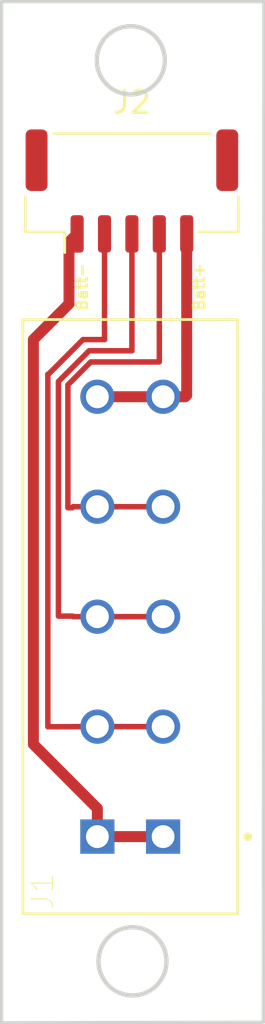
<source format=kicad_pcb>
(kicad_pcb (version 20171130) (host pcbnew "(5.0.1)-3")

  (general
    (thickness 1.6)
    (drawings 12)
    (tracks 40)
    (zones 0)
    (modules 2)
    (nets 6)
  )

  (page A4)
  (layers
    (0 F.Cu signal)
    (31 B.Cu signal)
    (32 B.Adhes user)
    (33 F.Adhes user)
    (34 B.Paste user)
    (35 F.Paste user)
    (36 B.SilkS user)
    (37 F.SilkS user)
    (38 B.Mask user)
    (39 F.Mask user)
    (40 Dwgs.User user)
    (41 Cmts.User user)
    (42 Eco1.User user)
    (43 Eco2.User user)
    (44 Edge.Cuts user)
    (45 Margin user)
    (46 B.CrtYd user)
    (47 F.CrtYd user)
    (48 B.Fab user)
    (49 F.Fab user)
  )

  (setup
    (last_trace_width 0.25)
    (trace_clearance 0.2)
    (zone_clearance 0.508)
    (zone_45_only no)
    (trace_min 0.2)
    (segment_width 0.2)
    (edge_width 0.15)
    (via_size 0.8)
    (via_drill 0.4)
    (via_min_size 0.4)
    (via_min_drill 0.3)
    (uvia_size 0.3)
    (uvia_drill 0.1)
    (uvias_allowed no)
    (uvia_min_size 0.2)
    (uvia_min_drill 0.1)
    (pcb_text_width 0.3)
    (pcb_text_size 1.5 1.5)
    (mod_edge_width 0.15)
    (mod_text_size 1 1)
    (mod_text_width 0.15)
    (pad_size 1.524 1.524)
    (pad_drill 0.762)
    (pad_to_mask_clearance 0.051)
    (solder_mask_min_width 0.25)
    (aux_axis_origin 0 0)
    (visible_elements 7FFFFFFF)
    (pcbplotparams
      (layerselection 0x010fc_ffffffff)
      (usegerberextensions false)
      (usegerberattributes false)
      (usegerberadvancedattributes false)
      (creategerberjobfile false)
      (excludeedgelayer true)
      (linewidth 0.100000)
      (plotframeref false)
      (viasonmask false)
      (mode 1)
      (useauxorigin false)
      (hpglpennumber 1)
      (hpglpenspeed 20)
      (hpglpendiameter 15.000000)
      (psnegative false)
      (psa4output false)
      (plotreference true)
      (plotvalue true)
      (plotinvisibletext false)
      (padsonsilk false)
      (subtractmaskfromsilk false)
      (outputformat 1)
      (mirror false)
      (drillshape 1)
      (scaleselection 1)
      (outputdirectory ""))
  )

  (net 0 "")
  (net 1 -BATT)
  (net 2 T)
  (net 3 D)
  (net 4 C)
  (net 5 +BATT)

  (net_class Default "This is the default net class."
    (clearance 0.2)
    (trace_width 0.25)
    (via_dia 0.8)
    (via_drill 0.4)
    (uvia_dia 0.3)
    (uvia_drill 0.1)
    (add_net C)
    (add_net D)
    (add_net T)
  )

  (net_class Power ""
    (clearance 0.2)
    (trace_width 0.5)
    (via_dia 0.8)
    (via_drill 0.4)
    (uvia_dia 0.3)
    (uvia_drill 0.1)
    (add_net +BATT)
    (add_net -BATT)
  )

  (module Connector_JST:JST_GH_BM05B-GHS-TBT_1x05-1MP_P1.25mm_Vertical (layer F.Cu) (tedit 5C23A0C8) (tstamp 5C3C92BB)
    (at 137.0076 80.01)
    (descr "JST GH series connector, BM05B-GHS-TBT (http://www.jst-mfg.com/product/pdf/eng/eGH.pdf), generated with kicad-footprint-generator")
    (tags "connector JST GH side entry")
    (path /5C239853)
    (attr smd)
    (fp_text reference J2 (at 0 -4.0386) (layer F.SilkS)
      (effects (font (size 1 1) (thickness 0.15)))
    )
    (fp_text value Conn_01x05 (at 0 4) (layer F.Fab)
      (effects (font (size 1 1) (thickness 0.15)))
    )
    (fp_line (start -4.75 1.75) (end 4.75 1.75) (layer F.Fab) (width 0.1))
    (fp_line (start -4.86 0.26) (end -4.86 1.86) (layer F.SilkS) (width 0.12))
    (fp_line (start -4.86 1.86) (end -3.06 1.86) (layer F.SilkS) (width 0.12))
    (fp_line (start -3.06 1.86) (end -3.06 2.8) (layer F.SilkS) (width 0.12))
    (fp_line (start 4.86 0.26) (end 4.86 1.86) (layer F.SilkS) (width 0.12))
    (fp_line (start 4.86 1.86) (end 3.06 1.86) (layer F.SilkS) (width 0.12))
    (fp_line (start -3.59 -2.61) (end 3.59 -2.61) (layer F.SilkS) (width 0.12))
    (fp_line (start -4.75 -2.5) (end 4.75 -2.5) (layer F.Fab) (width 0.1))
    (fp_line (start -4.75 1.75) (end -4.75 -2.5) (layer F.Fab) (width 0.1))
    (fp_line (start 4.75 1.75) (end 4.75 -2.5) (layer F.Fab) (width 0.1))
    (fp_line (start -2.75 -0.5) (end -2.75 0) (layer F.Fab) (width 0.1))
    (fp_line (start -2.75 0) (end -2.25 0) (layer F.Fab) (width 0.1))
    (fp_line (start -2.25 0) (end -2.25 -0.5) (layer F.Fab) (width 0.1))
    (fp_line (start -2.25 -0.5) (end -2.75 -0.5) (layer F.Fab) (width 0.1))
    (fp_line (start -1.5 -0.5) (end -1.5 0) (layer F.Fab) (width 0.1))
    (fp_line (start -1.5 0) (end -1 0) (layer F.Fab) (width 0.1))
    (fp_line (start -1 0) (end -1 -0.5) (layer F.Fab) (width 0.1))
    (fp_line (start -1 -0.5) (end -1.5 -0.5) (layer F.Fab) (width 0.1))
    (fp_line (start -0.25 -0.5) (end -0.25 0) (layer F.Fab) (width 0.1))
    (fp_line (start -0.25 0) (end 0.25 0) (layer F.Fab) (width 0.1))
    (fp_line (start 0.25 0) (end 0.25 -0.5) (layer F.Fab) (width 0.1))
    (fp_line (start 0.25 -0.5) (end -0.25 -0.5) (layer F.Fab) (width 0.1))
    (fp_line (start 1 -0.5) (end 1 0) (layer F.Fab) (width 0.1))
    (fp_line (start 1 0) (end 1.5 0) (layer F.Fab) (width 0.1))
    (fp_line (start 1.5 0) (end 1.5 -0.5) (layer F.Fab) (width 0.1))
    (fp_line (start 1.5 -0.5) (end 1 -0.5) (layer F.Fab) (width 0.1))
    (fp_line (start 2.25 -0.5) (end 2.25 0) (layer F.Fab) (width 0.1))
    (fp_line (start 2.25 0) (end 2.75 0) (layer F.Fab) (width 0.1))
    (fp_line (start 2.75 0) (end 2.75 -0.5) (layer F.Fab) (width 0.1))
    (fp_line (start 2.75 -0.5) (end 2.25 -0.5) (layer F.Fab) (width 0.1))
    (fp_line (start -5.35 -3.3) (end -5.35 3.3) (layer F.CrtYd) (width 0.05))
    (fp_line (start -5.35 3.3) (end 5.35 3.3) (layer F.CrtYd) (width 0.05))
    (fp_line (start 5.35 3.3) (end 5.35 -3.3) (layer F.CrtYd) (width 0.05))
    (fp_line (start 5.35 -3.3) (end -5.35 -3.3) (layer F.CrtYd) (width 0.05))
    (fp_line (start -3 1.75) (end -2.5 1.042893) (layer F.Fab) (width 0.1))
    (fp_line (start -2.5 1.042893) (end -2 1.75) (layer F.Fab) (width 0.1))
    (fp_text user %R (at 0 -1.5) (layer F.Fab)
      (effects (font (size 1 1) (thickness 0.15)))
    )
    (pad 1 smd roundrect (at -2.5 1.95) (size 0.6 1.7) (layers F.Cu F.Paste F.Mask) (roundrect_rratio 0.25)
      (net 1 -BATT))
    (pad 2 smd roundrect (at -1.25 1.95) (size 0.6 1.7) (layers F.Cu F.Paste F.Mask) (roundrect_rratio 0.25)
      (net 2 T))
    (pad 3 smd roundrect (at 0 1.95) (size 0.6 1.7) (layers F.Cu F.Paste F.Mask) (roundrect_rratio 0.25)
      (net 3 D))
    (pad 4 smd roundrect (at 1.25 1.95) (size 0.6 1.7) (layers F.Cu F.Paste F.Mask) (roundrect_rratio 0.25)
      (net 4 C))
    (pad 5 smd roundrect (at 2.5 1.95) (size 0.6 1.7) (layers F.Cu F.Paste F.Mask) (roundrect_rratio 0.25)
      (net 5 +BATT))
    (pad MP smd roundrect (at -4.35 -1.4) (size 1 2.8) (layers F.Cu F.Paste F.Mask) (roundrect_rratio 0.25))
    (pad MP smd roundrect (at 4.35 -1.4) (size 1 2.8) (layers F.Cu F.Paste F.Mask) (roundrect_rratio 0.25))
    (model ${KISYS3DMOD}/Connector_JST.3dshapes/JST_GH_BM05B-GHS-TBT_1x05-1MP_P1.25mm_Vertical.wrl
      (at (xyz 0 0 0))
      (scale (xyz 1 1 1))
      (rotate (xyz 0 0 0))
    )
  )

  (module HDRV10W70P500_300_5X2_2702X980X895 (layer F.Cu) (tedit 5C23A514) (tstamp 5C4912ED)
    (at 136.9314 99.3648 90)
    (path /5C239CD0)
    (fp_text reference J1 (at -12.4968 -4.0132 90) (layer F.SilkS)
      (effects (font (size 1.00017 1.00017) (thickness 0.05)))
    )
    (fp_text value 5787444-1 (at 0.0254 3.81 90) (layer F.SilkS) hide
      (effects (font (size 1.00122 1.00122) (thickness 0.05)))
    )
    (fp_line (start -13.51 4.9) (end -10.25 4.9) (layer F.SilkS) (width 0.127))
    (fp_line (start -10.25 4.9) (end -9.75 4.9) (layer F.SilkS) (width 0.127))
    (fp_line (start -9.75 4.9) (end 13.51 4.9) (layer F.SilkS) (width 0.127))
    (fp_line (start 13.51 4.9) (end 13.51 -4.9) (layer F.SilkS) (width 0.127))
    (fp_line (start 13.51 -4.9) (end -13.51 -4.9) (layer F.SilkS) (width 0.127))
    (fp_line (start -13.51 -4.9) (end -13.51 4.9) (layer F.SilkS) (width 0.127))
    (fp_line (start -13.51 4.9) (end 13.51 4.9) (layer Dwgs.User) (width 0.127))
    (fp_line (start 13.51 4.9) (end 13.51 -4.9) (layer Dwgs.User) (width 0.127))
    (fp_line (start 13.51 -4.9) (end -13.51 -4.9) (layer Dwgs.User) (width 0.127))
    (fp_line (start -13.51 -4.9) (end -13.51 4.9) (layer Dwgs.User) (width 0.127))
    (fp_line (start -13.75 5.15) (end 13.75 5.15) (layer Eco1.User) (width 0.05))
    (fp_line (start 13.75 5.15) (end 13.75 -5.15) (layer Eco1.User) (width 0.05))
    (fp_line (start 13.75 -5.15) (end -13.75 -5.15) (layer Eco1.User) (width 0.05))
    (fp_line (start -13.75 -5.15) (end -13.75 5.15) (layer Eco1.User) (width 0.05))
    (fp_circle (center -10 5.365) (end -9.9 5.365) (layer F.SilkS) (width 0.2))
    (fp_line (start -10.25 4.9) (end -10 4.25) (layer Dwgs.User) (width 0.05))
    (fp_line (start -10 4.25) (end -9.75 4.9) (layer Dwgs.User) (width 0.05))
    (pad 1 thru_hole rect (at -10 1.5 90) (size 1.56 1.56) (drill 1.04) (layers *.Cu *.Mask)
      (net 1 -BATT))
    (pad 1.1 thru_hole rect (at -10 -1.5 90) (size 1.56 1.56) (drill 1.04) (layers *.Cu *.Mask)
      (net 1 -BATT))
    (pad 2 thru_hole circle (at -5 1.5 90) (size 1.56 1.56) (drill 1.04) (layers *.Cu *.Mask)
      (net 2 T))
    (pad 2.1 thru_hole circle (at -5 -1.5 90) (size 1.56 1.56) (drill 1.04) (layers *.Cu *.Mask)
      (net 2 T))
    (pad 3 thru_hole circle (at 0 1.5 90) (size 1.56 1.56) (drill 1.04) (layers *.Cu *.Mask)
      (net 3 D))
    (pad 3.1 thru_hole circle (at 0 -1.5 90) (size 1.56 1.56) (drill 1.04) (layers *.Cu *.Mask)
      (net 3 D))
    (pad 4 thru_hole circle (at 5 1.5 90) (size 1.56 1.56) (drill 1.04) (layers *.Cu *.Mask)
      (net 4 C))
    (pad 4.1 thru_hole circle (at 5 -1.5 90) (size 1.56 1.56) (drill 1.04) (layers *.Cu *.Mask)
      (net 4 C))
    (pad 5 thru_hole circle (at 10 1.5 90) (size 1.56 1.56) (drill 1.04) (layers *.Cu *.Mask)
      (net 5 +BATT))
    (pad 5.1 thru_hole circle (at 10 -1.5 90) (size 1.56 1.56) (drill 1.04) (layers *.Cu *.Mask)
      (net 5 +BATT))
  )

  (gr_line (start 143.0274 71.3994) (end 143.0274 72.0598) (layer Edge.Cuts) (width 0.15))
  (gr_line (start 131.064 71.3994) (end 131.064 72.0852) (layer Edge.Cuts) (width 0.15))
  (gr_line (start 131.064 117.1702) (end 131.064 117.8306) (layer Edge.Cuts) (width 0.15))
  (gr_line (start 143.002 117.1194) (end 143.002 117.8052) (layer Edge.Cuts) (width 0.15))
  (gr_line (start 131.064 117.1702) (end 131.064 72.0598) (layer Edge.Cuts) (width 0.15))
  (gr_line (start 143.002 117.8052) (end 131.064 117.8306) (layer Edge.Cuts) (width 0.15))
  (gr_line (start 143.0274 72.0598) (end 143.002 117.1448) (layer Edge.Cuts) (width 0.15))
  (gr_line (start 131.064 71.3994) (end 143.0274 71.3994) (layer Edge.Cuts) (width 0.15))
  (gr_circle (center 137.033 115.035144) (end 138.3538 115.847944) (layer Edge.Cuts) (width 0.2) (tstamp 5C4917B0))
  (gr_circle (center 136.9568 74.0664) (end 138.2776 74.8792) (layer Edge.Cuts) (width 0.2))
  (gr_text Batt- (at 134.7216 84.3788 90) (layer F.SilkS) (tstamp 5C4917A6)
    (effects (font (size 0.5 0.5) (thickness 0.125)))
  )
  (gr_text Batt+ (at 140.081 84.3788 90) (layer F.SilkS)
    (effects (font (size 0.5 0.5) (thickness 0.125)))
  )

  (segment (start 134.13689 82.33071) (end 134.13689 85.14131) (width 0.5) (layer F.Cu) (net 1))
  (segment (start 134.5076 81.96) (end 134.13689 82.33071) (width 0.5) (layer F.Cu) (net 1))
  (segment (start 134.13689 85.14131) (end 132.5118 86.7664) (width 0.5) (layer F.Cu) (net 1))
  (segment (start 135.4314 108.0848) (end 135.4314 109.3648) (width 0.5) (layer F.Cu) (net 1))
  (segment (start 132.5118 105.1652) (end 135.4314 108.0848) (width 0.5) (layer F.Cu) (net 1))
  (segment (start 132.5118 86.7664) (end 132.5118 105.1652) (width 0.5) (layer F.Cu) (net 1))
  (segment (start 138.4314 109.3648) (end 135.4314 109.3648) (width 0.5) (layer F.Cu) (net 1))
  (segment (start 135.4314 104.3648) (end 138.4314 104.3648) (width 0.25) (layer F.Cu) (net 2))
  (segment (start 134.7724 86.7664) (end 135.763 86.7664) (width 0.25) (layer F.Cu) (net 2))
  (segment (start 134.328314 104.3648) (end 134.324514 104.3686) (width 0.25) (layer F.Cu) (net 2))
  (segment (start 135.4314 104.3648) (end 134.328314 104.3648) (width 0.25) (layer F.Cu) (net 2))
  (segment (start 134.324514 104.3686) (end 133.1722 104.3686) (width 0.25) (layer F.Cu) (net 2))
  (segment (start 135.7576 86.761) (end 135.7576 81.96) (width 0.25) (layer F.Cu) (net 2))
  (segment (start 133.1722 104.3686) (end 133.1722 88.3412) (width 0.25) (layer F.Cu) (net 2))
  (segment (start 135.763 86.7664) (end 135.7576 86.761) (width 0.25) (layer F.Cu) (net 2))
  (segment (start 133.1722 88.3412) (end 133.1976 88.3412) (width 0.25) (layer F.Cu) (net 2))
  (segment (start 133.1976 88.3412) (end 134.7724 86.7664) (width 0.25) (layer F.Cu) (net 2))
  (segment (start 135.4314 99.3648) (end 138.4314 99.3648) (width 0.25) (layer F.Cu) (net 3))
  (segment (start 133.6548 88.6714) (end 135.0518 87.2744) (width 0.25) (layer F.Cu) (net 3))
  (segment (start 133.6548 99.3394) (end 133.6548 88.6714) (width 0.25) (layer F.Cu) (net 3))
  (segment (start 135.0518 87.2744) (end 137.0076 87.2744) (width 0.25) (layer F.Cu) (net 3))
  (segment (start 137.0076 87.2744) (end 137.0076 81.96) (width 0.25) (layer F.Cu) (net 3))
  (segment (start 134.302914 99.3394) (end 133.6548 99.3394) (width 0.25) (layer F.Cu) (net 3))
  (segment (start 134.328314 99.3648) (end 134.302914 99.3394) (width 0.25) (layer F.Cu) (net 3))
  (segment (start 135.4314 99.3648) (end 134.328314 99.3648) (width 0.25) (layer F.Cu) (net 3))
  (segment (start 136.534486 94.3648) (end 138.4314 94.3648) (width 0.25) (layer F.Cu) (net 4))
  (segment (start 135.4314 94.3648) (end 136.534486 94.3648) (width 0.25) (layer F.Cu) (net 4))
  (segment (start 134.328314 94.3648) (end 134.324514 94.361) (width 0.25) (layer F.Cu) (net 4))
  (segment (start 135.4314 94.3648) (end 134.328314 94.3648) (width 0.25) (layer F.Cu) (net 4))
  (segment (start 138.2576 87.777) (end 138.2522 87.7824) (width 0.25) (layer F.Cu) (net 4))
  (segment (start 138.2576 81.96) (end 138.2576 87.777) (width 0.25) (layer F.Cu) (net 4))
  (segment (start 134.281314 94.4118) (end 134.328314 94.3648) (width 0.25) (layer F.Cu) (net 4))
  (segment (start 138.2522 87.7824) (end 135.128 87.7824) (width 0.25) (layer F.Cu) (net 4))
  (segment (start 135.128 87.7824) (end 134.0866 88.8238) (width 0.25) (layer F.Cu) (net 4))
  (segment (start 134.0866 88.8238) (end 134.0866 94.4118) (width 0.25) (layer F.Cu) (net 4))
  (segment (start 134.0866 94.4118) (end 134.281314 94.4118) (width 0.25) (layer F.Cu) (net 4))
  (segment (start 135.4314 89.3648) (end 138.4314 89.3648) (width 0.5) (layer F.Cu) (net 5))
  (segment (start 138.4314 89.3648) (end 139.4384 89.3648) (width 0.5) (layer F.Cu) (net 5))
  (segment (start 139.5076 89.2956) (end 139.5076 81.96) (width 0.5) (layer F.Cu) (net 5))
  (segment (start 139.4384 89.3648) (end 139.5076 89.2956) (width 0.5) (layer F.Cu) (net 5))

)

</source>
